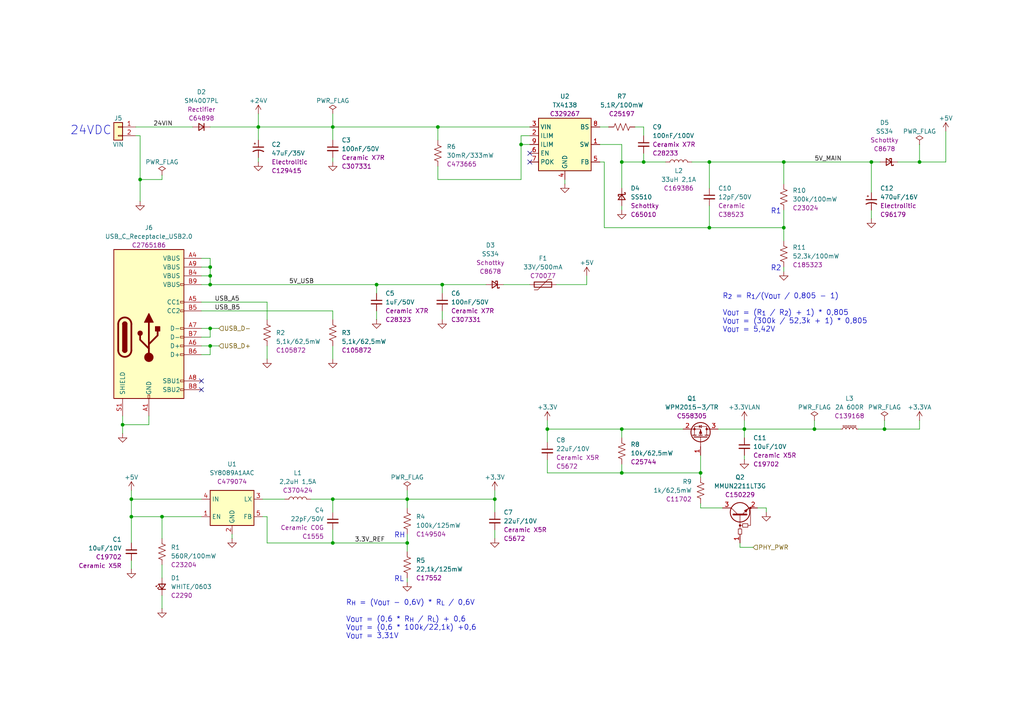
<source format=kicad_sch>
(kicad_sch (version 20250114) (generator "eeschema") (generator_version "9.0")
  (paper "A4")
  (title_block (title "ESP 24V 16xIn/16xOut/4xNTC Module") (date "2025-07-04") (rev "V4.1"))
  (text "R_{H} = (V_{OUT} - 0,6V) * R_{L} / 0,6V\n\nV_{OUT} = (0,6 * R_{H} / R_{L}) + 0,6\nV_{OUT} = (0,6 * 100k/22,1k) +0,6\nV_{OUT} = 3,31V" (at 100.33 185.42 0) (effects (font (size 1.5 1.5)) (justify left bottom)))
  (text "R1" (at 223.52 62.23 0) (effects (font (size 1.5 1.5)) (justify left bottom)))
  (text "RL" (at 114.3 168.91 0) (effects (font (size 1.5 1.5)) (justify left bottom)))
  (text "R_{2} = R_{1}/(V_{OUT} / 0,805 - 1)\n\nV_{OUT} = (R_{1} / R_{2}) + 1) * 0,805\nV_{OUT} = (300k / 52,3k + 1) * 0,805\nV_{OUT} = 5,42V" (at 209.55 96.52 0) (effects (font (size 1.5 1.5)) (justify left bottom)))
  (text "RH" (at 114.3 156.21 0) (effects (font (size 1.5 1.5)) (justify left bottom)))
  (text "24VDC" (at 20.32 39.37 0) (effects (font (size 2.5 2.5)) (justify left bottom)))
  (text "R2" (at 223.52 78.74 0) (effects (font (size 1.5 1.5)) (justify left bottom)))
  (junction (at 60.96 80.01))
  (junction (at 180.34 46.99))
  (junction (at 180.34 124.46))
  (junction (at 151.13 41.91))
  (junction (at 40.64 52.07))
  (junction (at 143.51 144.78))
  (junction (at 46.99 149.86))
  (junction (at 205.74 66.04))
  (junction (at 60.96 95.25))
  (junction (at 266.7 46.99))
  (junction (at 256.54 124.46))
  (junction (at 127 36.83))
  (junction (at 180.34 137.16))
  (junction (at 128.27 82.55))
  (junction (at 60.96 100.33))
  (junction (at 236.22 124.46))
  (junction (at 60.96 82.55))
  (junction (at 96.52 36.83))
  (junction (at 96.52 157.48))
  (junction (at 227.33 66.04))
  (junction (at 38.1 149.86))
  (junction (at 186.69 46.99))
  (junction (at 252.73 46.99))
  (junction (at 60.96 77.47))
  (junction (at 215.9 124.46))
  (junction (at 205.74 46.99))
  (junction (at 38.1 144.78))
  (junction (at 35.56 123.19))
  (junction (at 158.75 124.46))
  (junction (at 109.22 82.55))
  (junction (at 74.93 36.83))
  (junction (at 203.2 137.16))
  (junction (at 118.11 144.78))
  (junction (at 96.52 144.78))
  (junction (at 118.11 157.48))
  (junction (at 227.33 46.99))
  (no_connect (at 153.67 46.99))
  (no_connect (at 153.67 44.45))
  (no_connect (at 58.42 110.49))
  (no_connect (at 58.42 113.03))
  (wire (pts (xy 58.42 82.55) (xy 60.96 82.55)))
  (wire (pts (xy 227.33 46.99) (xy 252.73 46.99)))
  (wire (pts (xy 109.22 90.17) (xy 109.22 92.71)))
  (wire (pts (xy 252.73 46.99) (xy 255.27 46.99)))
  (wire (pts (xy 180.34 46.99) (xy 180.34 54.61)))
  (wire (pts (xy 58.42 100.33) (xy 60.96 100.33)))
  (wire (pts (xy 109.22 82.55) (xy 109.22 85.09)))
  (wire (pts (xy 58.42 80.01) (xy 60.96 80.01)))
  (wire (pts (xy 96.52 153.67) (xy 96.52 157.48)))
  (wire (pts (xy 127 36.83) (xy 153.67 36.83)))
  (wire (pts (xy 143.51 148.59) (xy 143.51 144.78)))
  (wire (pts (xy 227.33 46.99) (xy 227.33 53.34)))
  (wire (pts (xy 180.34 41.91) (xy 180.34 46.99)))
  (wire (pts (xy 143.51 153.67) (xy 143.51 156.21)))
  (wire (pts (xy 203.2 137.16) (xy 203.2 138.43)))
  (wire (pts (xy 203.2 132.08) (xy 203.2 137.16)))
  (wire (pts (xy 60.96 95.25) (xy 63.5 95.25)))
  (wire (pts (xy 118.11 144.78) (xy 118.11 147.32)))
  (wire (pts (xy 39.37 36.83) (xy 55.88 36.83)))
  (wire (pts (xy 227.33 60.96) (xy 227.33 66.04)))
  (wire (pts (xy 67.31 154.94) (xy 67.31 156.21)))
  (wire (pts (xy 127 52.07) (xy 151.13 52.07)))
  (wire (pts (xy 158.75 133.35) (xy 158.75 137.16)))
  (wire (pts (xy 38.1 162.56) (xy 38.1 165.1)))
  (wire (pts (xy 96.52 36.83) (xy 127 36.83)))
  (wire (pts (xy 118.11 154.94) (xy 118.11 157.48)))
  (wire (pts (xy 38.1 144.78) (xy 58.42 144.78)))
  (wire (pts (xy 96.52 144.78) (xy 118.11 144.78)))
  (wire (pts (xy 74.93 36.83) (xy 74.93 40.64)))
  (wire (pts (xy 74.93 33.02) (xy 74.93 36.83)))
  (wire (pts (xy 118.11 167.64) (xy 118.11 168.91)))
  (wire (pts (xy 60.96 97.79) (xy 60.96 95.25)))
  (wire (pts (xy 205.74 66.04) (xy 205.74 59.69)))
  (wire (pts (xy 90.17 144.78) (xy 96.52 144.78)))
  (wire (pts (xy 46.99 149.86) (xy 58.42 149.86)))
  (wire (pts (xy 266.7 46.99) (xy 274.32 46.99)))
  (wire (pts (xy 163.83 52.07) (xy 163.83 53.34)))
  (wire (pts (xy 222.25 147.32) (xy 222.25 148.59)))
  (wire (pts (xy 158.75 121.92) (xy 158.75 124.46)))
  (wire (pts (xy 274.32 46.99) (xy 274.32 38.1)))
  (wire (pts (xy 118.11 157.48) (xy 118.11 160.02)))
  (wire (pts (xy 35.56 123.19) (xy 35.56 125.73)))
  (wire (pts (xy 35.56 120.65) (xy 35.56 123.19)))
  (wire (pts (xy 127 48.26) (xy 127 52.07)))
  (wire (pts (xy 58.42 102.87) (xy 60.96 102.87)))
  (wire (pts (xy 222.25 147.32) (xy 219.71 147.32)))
  (wire (pts (xy 173.99 46.99) (xy 175.26 46.99)))
  (wire (pts (xy 151.13 52.07) (xy 151.13 41.91)))
  (wire (pts (xy 256.54 124.46) (xy 248.92 124.46)))
  (wire (pts (xy 109.22 82.55) (xy 128.27 82.55)))
  (wire (pts (xy 96.52 157.48) (xy 118.11 157.48)))
  (wire (pts (xy 38.1 149.86) (xy 38.1 157.48)))
  (wire (pts (xy 215.9 124.46) (xy 215.9 127)))
  (wire (pts (xy 40.64 52.07) (xy 46.99 52.07)))
  (wire (pts (xy 200.66 46.99) (xy 205.74 46.99)))
  (wire (pts (xy 74.93 45.72) (xy 74.93 46.99)))
  (wire (pts (xy 227.33 66.04) (xy 227.33 69.85)))
  (wire (pts (xy 60.96 82.55) (xy 109.22 82.55)))
  (wire (pts (xy 198.12 124.46) (xy 180.34 124.46)))
  (wire (pts (xy 161.29 82.55) (xy 170.18 82.55)))
  (wire (pts (xy 38.1 142.24) (xy 38.1 144.78)))
  (wire (pts (xy 208.28 124.46) (xy 215.9 124.46)))
  (wire (pts (xy 96.52 100.33) (xy 96.52 104.14)))
  (wire (pts (xy 180.34 134.62) (xy 180.34 137.16)))
  (wire (pts (xy 158.75 137.16) (xy 180.34 137.16)))
  (wire (pts (xy 118.11 142.24) (xy 118.11 144.78)))
  (wire (pts (xy 77.47 157.48) (xy 96.52 157.48)))
  (wire (pts (xy 151.13 41.91) (xy 151.13 39.37)))
  (wire (pts (xy 205.74 46.99) (xy 205.74 54.61)))
  (wire (pts (xy 170.18 80.01) (xy 170.18 82.55)))
  (wire (pts (xy 158.75 124.46) (xy 180.34 124.46)))
  (wire (pts (xy 74.93 36.83) (xy 96.52 36.83)))
  (wire (pts (xy 58.42 74.93) (xy 60.96 74.93)))
  (wire (pts (xy 173.99 36.83) (xy 176.53 36.83)))
  (wire (pts (xy 60.96 77.47) (xy 60.96 80.01)))
  (wire (pts (xy 38.1 144.78) (xy 38.1 149.86)))
  (wire (pts (xy 60.96 36.83) (xy 74.93 36.83)))
  (wire (pts (xy 127 36.83) (xy 127 40.64)))
  (wire (pts (xy 60.96 100.33) (xy 63.5 100.33)))
  (wire (pts (xy 46.99 50.8) (xy 46.99 52.07)))
  (wire (pts (xy 146.05 82.55) (xy 153.67 82.55)))
  (wire (pts (xy 203.2 147.32) (xy 209.55 147.32)))
  (wire (pts (xy 96.52 36.83) (xy 96.52 40.64)))
  (wire (pts (xy 214.63 158.75) (xy 218.44 158.75)))
  (wire (pts (xy 186.69 44.45) (xy 186.69 46.99)))
  (wire (pts (xy 43.18 123.19) (xy 35.56 123.19)))
  (wire (pts (xy 186.69 36.83) (xy 186.69 39.37)))
  (wire (pts (xy 39.37 39.37) (xy 40.64 39.37)))
  (wire (pts (xy 215.9 124.46) (xy 236.22 124.46)))
  (wire (pts (xy 180.34 60.96) (xy 180.34 59.69)))
  (wire (pts (xy 143.51 144.78) (xy 118.11 144.78)))
  (wire (pts (xy 184.15 36.83) (xy 186.69 36.83)))
  (wire (pts (xy 128.27 90.17) (xy 128.27 92.71)))
  (wire (pts (xy 40.64 39.37) (xy 40.64 52.07)))
  (wire (pts (xy 58.42 97.79) (xy 60.96 97.79)))
  (wire (pts (xy 175.26 66.04) (xy 205.74 66.04)))
  (wire (pts (xy 256.54 121.92) (xy 256.54 124.46)))
  (wire (pts (xy 151.13 41.91) (xy 153.67 41.91)))
  (wire (pts (xy 58.42 77.47) (xy 60.96 77.47)))
  (wire (pts (xy 252.73 55.88) (xy 252.73 46.99)))
  (wire (pts (xy 38.1 149.86) (xy 46.99 149.86)))
  (wire (pts (xy 128.27 82.55) (xy 140.97 82.55)))
  (wire (pts (xy 266.7 124.46) (xy 256.54 124.46)))
  (wire (pts (xy 205.74 66.04) (xy 227.33 66.04)))
  (wire (pts (xy 43.18 120.65) (xy 43.18 123.19)))
  (wire (pts (xy 77.47 100.33) (xy 77.47 104.14)))
  (wire (pts (xy 77.47 149.86) (xy 77.47 157.48)))
  (wire (pts (xy 227.33 77.47) (xy 227.33 78.74)))
  (wire (pts (xy 158.75 128.27) (xy 158.75 124.46)))
  (wire (pts (xy 180.34 137.16) (xy 203.2 137.16)))
  (wire (pts (xy 173.99 41.91) (xy 180.34 41.91)))
  (wire (pts (xy 77.47 87.63) (xy 77.47 92.71)))
  (wire (pts (xy 175.26 46.99) (xy 175.26 66.04)))
  (wire (pts (xy 215.9 121.92) (xy 215.9 124.46)))
  (wire (pts (xy 214.63 157.48) (xy 214.63 158.75)))
  (wire (pts (xy 96.52 45.72) (xy 96.52 46.99)))
  (wire (pts (xy 143.51 142.24) (xy 143.51 144.78)))
  (wire (pts (xy 96.52 33.02) (xy 96.52 36.83)))
  (wire (pts (xy 46.99 172.72) (xy 46.99 176.53)))
  (wire (pts (xy 236.22 121.92) (xy 236.22 124.46)))
  (wire (pts (xy 46.99 163.83) (xy 46.99 167.64)))
  (wire (pts (xy 180.34 124.46) (xy 180.34 127)))
  (wire (pts (xy 243.84 124.46) (xy 236.22 124.46)))
  (wire (pts (xy 76.2 144.78) (xy 82.55 144.78)))
  (wire (pts (xy 40.64 52.07) (xy 40.64 58.42)))
  (wire (pts (xy 58.42 87.63) (xy 77.47 87.63)))
  (wire (pts (xy 60.96 80.01) (xy 60.96 82.55)))
  (wire (pts (xy 252.73 60.96) (xy 252.73 63.5)))
  (wire (pts (xy 203.2 146.05) (xy 203.2 147.32)))
  (wire (pts (xy 266.7 124.46) (xy 266.7 121.92)))
  (wire (pts (xy 215.9 132.08) (xy 215.9 133.35)))
  (wire (pts (xy 60.96 74.93) (xy 60.96 77.47)))
  (wire (pts (xy 186.69 46.99) (xy 193.04 46.99)))
  (wire (pts (xy 76.2 149.86) (xy 77.47 149.86)))
  (wire (pts (xy 260.35 46.99) (xy 266.7 46.99)))
  (wire (pts (xy 128.27 82.55) (xy 128.27 85.09)))
  (wire (pts (xy 96.52 90.17) (xy 96.52 92.71)))
  (wire (pts (xy 151.13 39.37) (xy 153.67 39.37)))
  (wire (pts (xy 180.34 46.99) (xy 186.69 46.99)))
  (wire (pts (xy 60.96 102.87) (xy 60.96 100.33)))
  (wire (pts (xy 46.99 149.86) (xy 46.99 156.21)))
  (wire (pts (xy 266.7 41.91) (xy 266.7 46.99)))
  (wire (pts (xy 96.52 144.78) (xy 96.52 148.59)))
  (wire (pts (xy 58.42 95.25) (xy 60.96 95.25)))
  (wire (pts (xy 227.33 46.99) (xy 205.74 46.99)))
  (wire (pts (xy 58.42 90.17) (xy 96.52 90.17)))
  (label "3.3V_REF" (at 102.87 157.48 0))
  (label "USB_B5" (at 62.23 90.17 0))
  (label "24VIN" (at 44.45 36.83 0))
  (label "USB_A5" (at 62.23 87.63 0))
  (label "5V_MAIN" (at 236.22 46.99 0))
  (label "5V_USB" (at 83.82 82.55 0))
  (hierarchical_label "PHY_PWR" (shape input) (at 218.44 158.75 0))
  (hierarchical_label "USB_D+" (shape input) (at 63.5 100.33 0))
  (hierarchical_label "USB_D-" (shape input) (at 63.5 95.25 0))
  (symbol (lib_id "power:+24V") (at 74.93 33.02 0) (unit 1)
    (property "Reference" "#PWR07" (effects (hide yes)))
    (property "Value" "+24V" (at 74.93 29.21 0))
    (property "Description" "Power symbol creates a global label with name \"+24V\"" (effects (hide yes)))
  )
  (symbol (lib_id "Device:R_US") (at 46.99 160.02 0) (unit 1)
    (property "Reference" "R1" (at 49.53 158.75 0) (effects (justify left)))
    (property "Value" "560R/100mW" (at 49.53 161.29 0) (effects (justify left)))
    (property "Footprint" "Tales:R_0603_1608Metric" (effects (hide yes)))
    (property "Description" "Resistor, US symbol" (effects (hide yes)))
    (property "Case" "0603/1608" (effects (hide yes)))
    (property "Mfr" "Uniroyal" (effects (hide yes)))
    (property "Mfr PN" "0603WAF5600T5E" (effects (hide yes)))
    (property "Vendor" "JLCPCB" (effects (hide yes)))
    (property "Vendor PN" "C23204" (effects (hide yes)))
    (property "Technology" "1%" (effects (hide yes)))
    (property "LCSC Part #" "C23204" (at 49.53 163.83 0) (effects (justify left)))
    (property "JLCPCB BOM" "1" (effects (hide yes)))
  )
  (symbol (lib_id "power:GND") (at 118.11 168.91 0) (unit 1)
    (property "Reference" "#PWR013" (effects (hide yes)))
    (property "Value" "GND" (effects (hide yes)))
    (property "Description" "Power symbol creates a global label with name \"GND\" , ground" (effects (hide yes)))
  )
  (symbol (lib_id "Device:L") (at 196.85 46.99 90) (unit 1)
    (property "Reference" "L2" (at 196.85 49.53 90))
    (property "Value" "33uH 2,1A" (at 196.85 52.07 90))
    (property "Footprint" "Tales:L_12x12mm_h6mm" (effects (hide yes)))
    (property "Description" "Inductor" (effects (hide yes)))
    (property "Case" "12x12" (effects (hide yes)))
    (property "JLCPCB BOM" "1" (effects (hide yes)))
    (property "LCSC Part #" "C169386" (at 196.85 54.61 90))
    (property "Mfr" "Sunlord" (effects (hide yes)))
    (property "Mfr PN" "SWRB1205S-330MT" (effects (hide yes)))
    (property "Vendor" "JLCPCB" (effects (hide yes)))
    (property "Vendor PN" "C169386" (effects (hide yes)))
  )
  (symbol (lib_id "Tales:SY8089AAAC") (at 67.31 147.32 0) (unit 1)
    (property "Reference" "U1" (at 67.31 134.62 0))
    (property "Value" "SY8089A1AAC" (at 67.31 137.16 0))
    (property "Footprint" "Tales:SOT-23-5_Shorter_Pins" (effects (hide yes)))
    (property "Description" "High Efficiency 5.5V, 2A continuous, 3A peak, 1MHz Synchronous Step Down Regulator" (effects (hide yes)))
    (property "Case" "SOT-23-5" (effects (hide yes)))
    (property "JLCPCB BOM" "1" (effects (hide yes)))
    (property "LCSC Part #" "C479074" (at 67.31 139.7 0))
    (property "Mfr" "Silergy" (effects (hide yes)))
    (property "Mfr PN" "SY8089A1AAC" (effects (hide yes)))
    (property "Vendor" "JLCPCB" (effects (hide yes)))
    (property "Vendor PN" "C479074" (effects (hide yes)))
  )
  (symbol (lib_id "power:GND") (at 143.51 156.21 0) (unit 1)
    (property "Reference" "#PWR016" (effects (hide yes)))
    (property "Value" "GND" (effects (hide yes)))
    (property "Description" "Power symbol creates a global label with name \"GND\" , ground" (effects (hide yes)))
  )
  (symbol (lib_id "power:GND") (at 222.25 148.59 0) (unit 1)
    (property "Reference" "#PWR023" (effects (hide yes)))
    (property "Value" "GND" (effects (hide yes)))
    (property "Description" "Power symbol creates a global label with name \"GND\" , ground" (effects (hide yes)))
  )
  (symbol (lib_id "power:GND") (at 163.83 53.34 0) (unit 1)
    (property "Reference" "#PWR018" (effects (hide yes)))
    (property "Value" "GND" (effects (hide yes)))
    (property "Description" "Power symbol creates a global label with name \"GND\" , ground" (effects (hide yes)))
  )
  (symbol (lib_id "Tales:+3.3VLAN") (at 215.9 121.92 0) (unit 1)
    (property "Reference" "#PWR021" (effects (hide yes)))
    (property "Value" "+3.3VLAN" (at 215.9 118.11 0))
    (property "Description" "Power symbol creates a global label with name \"+3.3VLAN\"" (effects (hide yes)))
  )
  (symbol (lib_id "Device:C_Small") (at 96.52 151.13 0) (unit 1)
    (property "Reference" "C4" (at 93.98 147.9613 0) (effects (justify right)))
    (property "Value" "22pF/50V" (at 93.98 150.5013 0) (effects (justify right)))
    (property "Footprint" "Tales:C_0402_1005Metric" (effects (hide yes)))
    (property "Description" "Unpolarized capacitor, small symbol" (effects (hide yes)))
    (property "JLCPCB BOM" "1" (effects (hide yes)))
    (property "Technology" "Ceramic C0G" (at 93.98 153.0413 0) (effects (justify right)))
    (property "LCSC Part #" "C1555" (at 93.98 155.5813 0) (effects (justify right)))
    (property "Mfr" "FH" (effects (hide yes)))
    (property "Mfr PN" "0402CG220J500NT" (effects (hide yes)))
    (property "Vendor" "JLCPCB" (effects (hide yes)))
    (property "Vendor PN" "C1555" (effects (hide yes)))
    (property "Package" "0402/1005" (effects (hide yes)))
    (property "Case" "0402/1005" (effects (hide yes)))
  )
  (symbol (lib_id "Device:C_Small") (at 128.27 87.63 0) (unit 1)
    (property "Reference" "C6" (at 130.81 85.09 0) (effects (justify left)))
    (property "Value" "100nF/50V" (at 130.81 87.63 0) (effects (justify left)))
    (property "Footprint" "Tales:C_0402_1005Metric" (effects (hide yes)))
    (property "Description" "Unpolarized capacitor, small symbol" (effects (hide yes)))
    (property "JLCPCB BOM" "1" (effects (hide yes)))
    (property "Technology" "Ceramic X7R" (at 130.81 90.17 0) (effects (justify left)))
    (property "LCSC Part #" "C307331" (at 130.81 92.71 0) (effects (justify left)))
    (property "Mfr" "Samsung" (effects (hide yes)))
    (property "Mfr PN" "CL05B104KB54PNC" (effects (hide yes)))
    (property "Vendor" "JLCPCB" (effects (hide yes)))
    (property "Vendor PN" "C307331" (effects (hide yes)))
    (property "Package" "0402/1005" (effects (hide yes)))
    (property "Case" "0402/1005" (effects (hide yes)))
  )
  (symbol (lib_id "Device:R_US") (at 77.47 96.52 0) (unit 1)
    (property "Reference" "R2" (at 80.01 96.52 0) (effects (justify left)))
    (property "Value" "5,1k/62,5mW" (at 80.01 99.06 0) (effects (justify left)))
    (property "Footprint" "Tales:R_0402_1005Metric" (effects (hide yes)))
    (property "Description" "Resistor, US symbol" (effects (hide yes)))
    (property "JLCPCB BOM" "1" (effects (hide yes)))
    (property "LCSC Part #" "C105872" (at 80.01 101.6 0) (effects (justify left)))
    (property "Mfr" "YAGEO" (effects (hide yes)))
    (property "Mfr PN" "RC0402FR-075K1L" (effects (hide yes)))
    (property "Technology" "1%" (effects (hide yes)))
    (property "Vendor" "JLCPCB" (effects (hide yes)))
    (property "Vendor PN" "C105872" (effects (hide yes)))
    (property "Package" "0402/1005" (effects (hide yes)))
    (property "Case" "0402/1005" (effects (hide yes)))
  )
  (symbol (lib_id "Device:D_Schottky_Small") (at 257.81 46.99 180) (unit 1)
    (property "Reference" "D5" (at 256.54 35.56 0))
    (property "Value" "SS34" (at 256.54 38.1 0))
    (property "Footprint" "Tales:D_SMA" (effects (hide yes)))
    (property "Description" "Schottky diode, small symbol" (effects (hide yes)))
    (property "JLCPCB BOM" "1" (effects (hide yes)))
    (property "LCSC Part #" "C8678" (at 256.54 43.18 0))
    (property "Mfr" "Microdiode" (effects (hide yes)))
    (property "Mfr PN" "SS34" (effects (hide yes)))
    (property "Technology" "Schottky" (at 256.54 40.64 0))
    (property "Vendor" "JLCPCB" (effects (hide yes)))
    (property "Vendor PN" "C8678" (effects (hide yes)))
    (property "Case" "SMA" (effects (hide yes)))
  )
  (symbol (lib_id "power:PWR_FLAG") (at 266.7 41.91 0) (unit 1)
    (property "Reference" "#FLG06" (effects (hide yes)))
    (property "Value" "PWR_FLAG" (at 266.7 38.1 0))
    (property "Description" "Special symbol for telling ERC where power comes from" (effects (hide yes)))
  )
  (symbol (lib_id "power:+5V") (at 38.1 142.24 0) (unit 1)
    (property "Reference" "#PWR02" (effects (hide yes)))
    (property "Value" "+5V" (at 38.1 138.43 0))
    (property "Description" "Power symbol creates a global label with name \"+5V\"" (effects (hide yes)))
  )
  (symbol (lib_id "Device:D_Schottky_Small") (at 180.34 57.15 270) (unit 1)
    (property "Reference" "D4" (at 182.88 54.61 90) (effects (justify left)))
    (property "Value" "SS510" (at 182.88 57.15 90) (effects (justify left)))
    (property "Footprint" "Tales:D_SMA" (effects (hide yes)))
    (property "Description" "Schottky diode, small symbol" (effects (hide yes)))
    (property "Case" "SMA" (effects (hide yes)))
    (property "JLCPCB BOM" "1" (effects (hide yes)))
    (property "LCSC Part #" "C65010" (at 182.88 62.23 90) (effects (justify left)))
    (property "Mfr" "Microdiode" (effects (hide yes)))
    (property "Mfr PN" "SS510" (effects (hide yes)))
    (property "Technology" "Schottky" (at 182.88 59.69 90) (effects (justify left)))
    (property "Vendor" "JLCPCB" (effects (hide yes)))
    (property "Vendor PN" "C65010" (effects (hide yes)))
  )
  (symbol (lib_id "Device:R_US") (at 180.34 130.81 0) (unit 1)
    (property "Reference" "R8" (at 182.88 128.905 0) (effects (justify left)))
    (property "Value" "10k/62,5mW" (at 182.88 131.445 0) (effects (justify left)))
    (property "Footprint" "Tales:R_0402_1005Metric" (effects (hide yes)))
    (property "Description" "Resistor, US symbol" (effects (hide yes)))
    (property "Mfr" "Uniroyal" (effects (hide yes)))
    (property "Vendor" "JLCPCB" (effects (hide yes)))
    (property "Mfr PN" "0402WGF1002TCE" (effects (hide yes)))
    (property "Technology" "1%" (effects (hide yes)))
    (property "Vendor PN" "C25744" (effects (hide yes)))
    (property "LCSC Part #" "C25744" (at 182.88 133.985 0) (effects (justify left)))
    (property "JLCPCB BOM" "1" (effects (hide yes)))
    (property "Package" "0402/1005" (effects (hide yes)))
    (property "Case" "0402/1005" (effects (hide yes)))
  )
  (symbol (lib_id "power:+5V") (at 170.18 80.01 0) (unit 1)
    (property "Reference" "#PWR019" (effects (hide yes)))
    (property "Value" "+5V" (at 170.18 76.2 0))
    (property "Description" "Power symbol creates a global label with name \"+5V\"" (effects (hide yes)))
  )
  (symbol (lib_id "Device:D_Small") (at 58.42 36.83 180) (unit 1)
    (property "Reference" "D2" (at 58.42 26.67 0))
    (property "Value" "SM4007PL" (at 58.42 29.21 0))
    (property "Footprint" "Tales:D_SOD-123" (effects (hide yes)))
    (property "Description" "Diode, small symbol" (effects (hide yes)))
    (property "Case" "SOD-123FL" (effects (hide yes)))
    (property "Technology" "Rectifier" (at 58.42 31.75 0))
    (property "Mfr" "Microdiode" (effects (hide yes)))
    (property "Mfr PN" "SM4007PL" (effects (hide yes)))
    (property "Vendor" "JLCPCB" (effects (hide yes)))
    (property "Vendor PN" "C64898" (effects (hide yes)))
    (property "LCSC Part #" "C64898" (at 58.42 34.29 0))
    (property "JLCPCB BOM" "1" (effects (hide yes)))
    (property "Sim.Device" "D" (effects (hide yes)))
    (property "Sim.Pins" "1=K 2=A" (effects (hide yes)))
  )
  (symbol (lib_id "power:+3.3VA") (at 266.7 121.92 0) (unit 1)
    (property "Reference" "#PWR026" (effects (hide yes)))
    (property "Value" "+3.3VA" (at 266.7 118.11 0))
    (property "Description" "Power symbol creates a global label with name \"+3.3VA\"" (effects (hide yes)))
  )
  (symbol (lib_id "power:GND") (at 35.56 125.73 0) (unit 1)
    (property "Reference" "#PWR01" (effects (hide yes)))
    (property "Value" "GND" (effects (hide yes)))
    (property "Description" "Power symbol creates a global label with name \"GND\" , ground" (effects (hide yes)))
  )
  (symbol (lib_id "Device:C_Small") (at 143.51 151.13 0) (unit 1)
    (property "Reference" "C7" (at 146.05 148.59 0) (effects (justify left)))
    (property "Value" "22uF/10V" (at 146.05 151.13 0) (effects (justify left)))
    (property "Footprint" "Tales:C_1206_3216Metric" (effects (hide yes)))
    (property "Description" "Unpolarized capacitor, small symbol" (effects (hide yes)))
    (property "Mfr" "Samsung" (effects (hide yes)))
    (property "Mfr PN" "CL31A226KPHNNNE" (effects (hide yes)))
    (property "JLCPCB BOM" "1" (effects (hide yes)))
    (property "LCSC Part #" "C5672" (at 146.05 156.21 0) (effects (justify left)))
    (property "Technology" "Ceramic X5R" (at 146.05 153.67 0) (effects (justify left)))
    (property "Vendor" "JLCPCB" (effects (hide yes)))
    (property "Vendor PN" "C5672" (effects (hide yes)))
    (property "Package" "1206/3216" (effects (hide yes)))
    (property "Case" "1206/3216" (effects (hide yes)))
  )
  (symbol (lib_id "power:PWR_FLAG") (at 96.52 33.02 0) (unit 1)
    (property "Reference" "#FLG02" (effects (hide yes)))
    (property "Value" "PWR_FLAG" (at 96.52 29.21 0))
    (property "Description" "Special symbol for telling ERC where power comes from" (effects (hide yes)))
  )
  (symbol (lib_id "Device:C_Small") (at 96.52 43.18 0) (unit 1)
    (property "Reference" "C3" (at 99.06 40.64 0) (effects (justify left)))
    (property "Value" "100nF/50V" (at 99.06 43.18 0) (effects (justify left)))
    (property "Footprint" "Tales:C_0402_1005Metric" (effects (hide yes)))
    (property "Description" "Unpolarized capacitor, small symbol" (effects (hide yes)))
    (property "JLCPCB BOM" "1" (effects (hide yes)))
    (property "Technology" "Ceramic X7R" (at 99.06 45.72 0) (effects (justify left)))
    (property "LCSC Part #" "C307331" (at 99.06 48.26 0) (effects (justify left)))
    (property "Mfr" "Samsung" (effects (hide yes)))
    (property "Mfr PN" "CL05B104KB54PNC" (effects (hide yes)))
    (property "Vendor" "JLCPCB" (effects (hide yes)))
    (property "Vendor PN" "C307331" (effects (hide yes)))
    (property "Package" "0402/1005" (effects (hide yes)))
    (property "Case" "0402/1005" (effects (hide yes)))
  )
  (symbol (lib_id "power:GND") (at 46.99 176.53 0) (unit 1)
    (property "Reference" "#PWR05" (effects (hide yes)))
    (property "Value" "GND" (effects (hide yes)))
    (property "Description" "Power symbol creates a global label with name \"GND\" , ground" (effects (hide yes)))
  )
  (symbol (lib_id "Device:C_Small") (at 38.1 160.02 0) (unit 1)
    (property "Reference" "C1" (at 35.306 156.464 0) (effects (justify right)))
    (property "Value" "10uF/10V" (at 35.306 159.004 0) (effects (justify right)))
    (property "Footprint" "Tales:C_0603_1608Metric" (effects (hide yes)))
    (property "Description" "Unpolarized capacitor, small symbol" (effects (hide yes)))
    (property "Mfr" "Samsung" (effects (hide yes)))
    (property "Mfr PN" "CL10A106KP8NNNC" (effects (hide yes)))
    (property "JLCPCB BOM" "1" (effects (hide yes)))
    (property "LCSC Part #" "C19702" (at 35.306 161.544 0) (effects (justify right)))
    (property "Technology" "Ceramic X5R" (at 35.306 164.084 0) (effects (justify right)))
    (property "Vendor" "JLCPCB" (effects (hide yes)))
    (property "Vendor PN" "C19702" (effects (hide yes)))
    (property "Package" "0603/1608" (effects (hide yes)))
    (property "Case" "0603/1608" (effects (hide yes)))
  )
  (symbol (lib_id "Device:C_Small") (at 186.69 41.91 0) (unit 1)
    (property "Reference" "C9" (at 189.23 36.83 0) (effects (justify left)))
    (property "Value" "100nF/100V" (at 189.23 39.37 0) (effects (justify left)))
    (property "Footprint" "Tales:C_0805_2012Metric" (effects (hide yes)))
    (property "Description" "Unpolarized capacitor, small symbol" (effects (hide yes)))
    (property "Technology" "Ceramix X7R" (at 189.23 41.91 0) (effects (justify left)))
    (property "Mfr" "Samsung" (effects (hide yes)))
    (property "Mfr PN" "CL21B104KCFNNNE" (effects (hide yes)))
    (property "Vendor" "JLCPCB" (effects (hide yes)))
    (property "Vendor PN" "C28233" (effects (hide yes)))
    (property "LCSC Part #" "C28233" (at 189.23 44.45 0) (effects (justify left)))
    (property "JLCPCB BOM" "1" (effects (hide yes)))
    (property "Package" "0805/2012" (effects (hide yes)))
    (property "Case" "0805/2012" (effects (hide yes)))
  )
  (symbol (lib_id "power:GND") (at 38.1 165.1 0) (unit 1)
    (property "Reference" "#PWR03" (effects (hide yes)))
    (property "Value" "GND" (effects (hide yes)))
    (property "Description" "Power symbol creates a global label with name \"GND\" , ground" (effects (hide yes)))
  )
  (symbol (lib_id "power:GND") (at 96.52 104.14 0) (unit 1)
    (property "Reference" "#PWR011" (effects (hide yes)))
    (property "Value" "GND" (effects (hide yes)))
    (property "Description" "Power symbol creates a global label with name \"GND\" , ground" (effects (hide yes)))
  )
  (symbol (lib_id "power:GND") (at 215.9 133.35 0) (unit 1)
    (property "Reference" "#PWR022" (effects (hide yes)))
    (property "Value" "GND" (effects (hide yes)))
    (property "Description" "Power symbol creates a global label with name \"GND\" , ground" (effects (hide yes)))
  )
  (symbol (lib_id "power:GND") (at 40.64 58.42 0) (unit 1)
    (property "Reference" "#PWR04" (effects (hide yes)))
    (property "Value" "GND" (effects (hide yes)))
    (property "Description" "Power symbol creates a global label with name \"GND\" , ground" (effects (hide yes)))
  )
  (symbol (lib_id "power:PWR_FLAG") (at 46.99 50.8 0) (unit 1)
    (property "Reference" "#FLG01" (effects (hide yes)))
    (property "Value" "PWR_FLAG" (at 46.99 46.99 0))
    (property "Description" "Special symbol for telling ERC where power comes from" (effects (hide yes)))
  )
  (symbol (lib_id "power:+5V") (at 274.32 38.1 0) (unit 1)
    (property "Reference" "#PWR027" (effects (hide yes)))
    (property "Value" "+5V" (at 274.32 34.29 0))
    (property "Description" "Power symbol creates a global label with name \"+5V\"" (effects (hide yes)))
  )
  (symbol (lib_id "Connector_Generic:Conn_01x02") (at 34.29 36.83 0) (mirror y) (unit 1)
    (property "Reference" "J5" (at 34.29 34.29 0))
    (property "Value" "VIN" (at 34.29 41.91 0))
    (property "Footprint" "Tales:TerminalBlock_Dibo_DB142V-5.08-2P_1x02_P5.08mm_Vertical" (effects (hide yes)))
    (property "Description" "Generic connector, single row, 01x02, script generated (kicad-library-utils/schlib/autogen/connector/)" (effects (hide yes)))
    (property "JLCPCB BOM" "1" (effects (hide yes)))
    (property "Mfr" "Dorabo" (effects (hide yes)))
    (property "Mfr PN" "DB142V-5.08-2P" (effects (hide yes)))
    (property "Vendor" "JLCPCB" (effects (hide yes)))
    (property "Vendor PN" "C2898699" (effects (hide yes)))
    (property "LCSC Part #" "C2898699" (effects (hide yes)))
  )
  (symbol (lib_id "Device:C_Small") (at 215.9 129.54 0) (unit 1)
    (property "Reference" "C11" (at 218.44 127 0) (effects (justify left)))
    (property "Value" "10uF/10V" (at 218.44 129.54 0) (effects (justify left)))
    (property "Footprint" "Tales:C_0603_1608Metric" (effects (hide yes)))
    (property "Description" "Unpolarized capacitor, small symbol" (effects (hide yes)))
    (property "Mfr" "Samsung" (effects (hide yes)))
    (property "Mfr PN" "CL10A106KP8NNNC" (effects (hide yes)))
    (property "JLCPCB BOM" "1" (effects (hide yes)))
    (property "LCSC Part #" "C19702" (at 218.44 134.62 0) (effects (justify left)))
    (property "Technology" "Ceramic X5R" (at 218.44 132.08 0) (effects (justify left)))
    (property "Vendor" "JLCPCB" (effects (hide yes)))
    (property "Vendor PN" "C19702" (effects (hide yes)))
    (property "Case" "0603/1608" (effects (hide yes)))
  )
  (symbol (lib_id "power:GND") (at 180.34 60.96 0) (unit 1)
    (property "Reference" "#PWR020" (effects (hide yes)))
    (property "Value" "GND" (effects (hide yes)))
    (property "Description" "Power symbol creates a global label with name \"GND\" , ground" (effects (hide yes)))
  )
  (symbol (lib_id "power:GND") (at 77.47 104.14 0) (unit 1)
    (property "Reference" "#PWR09" (effects (hide yes)))
    (property "Value" "GND" (effects (hide yes)))
    (property "Description" "Power symbol creates a global label with name \"GND\" , ground" (effects (hide yes)))
  )
  (symbol (lib_id "Device:L_Ferrite_Small") (at 246.38 124.46 90) (unit 1)
    (property "Reference" "L3" (at 246.38 115.57 90))
    (property "Value" "2A 600R" (at 246.38 118.11 90))
    (property "Footprint" "Tales:L_0805_2012Metric" (effects (hide yes)))
    (property "Description" "Inductor with ferrite core, small symbol" (effects (hide yes)))
    (property "Case" "0805/2012" (effects (hide yes)))
    (property "JLCPCB BOM" "1" (effects (hide yes)))
    (property "LCSC Part #" "C139168" (at 246.38 120.65 90))
    (property "Mfr" "FH" (effects (hide yes)))
    (property "Mfr PN" "CBM201209U601T" (effects (hide yes)))
    (property "Vendor" "JLCPCB" (effects (hide yes)))
    (property "Vendor PN" "C139168" (effects (hide yes)))
  )
  (symbol (lib_id "Device:C_Polarized_Small_US") (at 252.73 58.42 0) (unit 1)
    (property "Reference" "C12" (at 255.27 54.61 0) (effects (justify left)))
    (property "Value" "470uF/16V" (at 255.27 57.15 0) (effects (justify left)))
    (property "Footprint" "Tales:CP_Elec_8x10.5" (effects (hide yes)))
    (property "Description" "Polarized capacitor, small US symbol" (effects (hide yes)))
    (property "Mfr" "Semtech" (effects (hide yes)))
    (property "Mfr PN" "CS1C471M-CRF10" (effects (hide yes)))
    (property "JLCPCB BOM" "1" (effects (hide yes)))
    (property "LCSC Part #" "C96179" (at 255.27 62.23 0) (effects (justify left)))
    (property "Technology" "Electrolitic" (at 255.27 59.69 0) (effects (justify left)))
    (property "Vendor" "JLCPCB" (effects (hide yes)))
    (property "Vendor PN" "C96179" (effects (hide yes)))
    (property "Package" "D8xL10.5mm" (effects (hide yes)))
    (property "Case" "8x10,5" (effects (hide yes)))
  )
  (symbol (lib_id "power:PWR_FLAG") (at 236.22 121.92 0) (unit 1)
    (property "Reference" "#FLG04" (effects (hide yes)))
    (property "Value" "PWR_FLAG" (at 236.22 118.11 0))
    (property "Description" "Special symbol for telling ERC where power comes from" (effects (hide yes)))
  )
  (symbol (lib_id "Transistor_FET:Q_PMOS_GSD") (at 203.2 127 270) (mirror x) (unit 1)
    (property "Reference" "Q1" (at 200.66 115.57 90))
    (property "Value" "WPM2015-3/TR" (at 200.66 118.11 90))
    (property "Footprint" "Tales:SOT-23" (effects (hide yes)))
    (property "Description" "P-MOSFET transistor, gate/source/drain" (effects (hide yes)))
    (property "Case" "SOT-23-3" (effects (hide yes)))
    (property "JLCPCB BOM" "1" (effects (hide yes)))
    (property "LCSC Part #" "C558305" (at 200.66 120.65 90))
    (property "Mfr" "VBSemi" (effects (hide yes)))
    (property "Mfr PN" "WPM2015-3/TR" (effects (hide yes)))
    (property "Technology" "MOSFET" (effects (hide yes)))
    (property "Vendor" "JLCPCB" (effects (hide yes)))
    (property "Vendor PN" "C558305" (effects (hide yes)))
  )
  (symbol (lib_id "Transistor_BJT:Q_NPN_BRT_BEC") (at 214.63 148.59 90) (unit 1)
    (property "Reference" "Q2" (at 214.63 138.43 90))
    (property "Value" "MMUN2211LT3G" (at 214.63 140.97 90))
    (property "Footprint" "Tales:SOT-23" (effects (hide yes)))
    (property "Description" "NPN bias resistor transistor, base/emitter/collector" (effects (hide yes)))
    (property "LCSC Part #" "C150229" (at 214.63 143.51 90))
    (property "Vendor PN" "C150229" (effects (hide yes)))
    (property "Case" "SOT-23-3" (effects (hide yes)))
    (property "JLCPCB BOM" "1" (effects (hide yes)))
    (property "Mfr" "Onsemi" (effects (hide yes)))
    (property "Mfr PN" "MMUN2211LT3G" (effects (hide yes)))
    (property "Technology" "NPN Pre Biased" (effects (hide yes)))
    (property "Vendor" "JLCPCB" (effects (hide yes)))
  )
  (symbol (lib_id "Device:D_Schottky_Small") (at 143.51 82.55 180) (unit 1)
    (property "Reference" "D3" (at 142.24 71.12 0))
    (property "Value" "SS34" (at 142.24 73.66 0))
    (property "Footprint" "Tales:D_SMA" (effects (hide yes)))
    (property "Description" "Schottky diode, small symbol" (effects (hide yes)))
    (property "JLCPCB BOM" "1" (effects (hide yes)))
    (property "LCSC Part #" "C8678" (at 142.24 78.74 0))
    (property "Mfr" "Microdiode" (effects (hide yes)))
    (property "Mfr PN" "SS34" (effects (hide yes)))
    (property "Technology" "Schottky" (at 142.24 76.2 0))
    (property "Vendor" "JLCPCB" (effects (hide yes)))
    (property "Vendor PN" "C8678" (effects (hide yes)))
    (property "Case" "SMA" (effects (hide yes)))
  )
  (symbol (lib_id "Tales:+3.3V") (at 158.75 121.92 0) (unit 1)
    (property "Reference" "#PWR017" (effects (hide yes)))
    (property "Value" "+3.3V" (at 158.75 118.11 0))
    (property "Description" "Power symbol creates a global label with name \"+3.3V\"" (effects (hide yes)))
  )
  (symbol (lib_id "Device:R_US") (at 180.34 36.83 270) (unit 1)
    (property "Reference" "R7" (at 180.34 27.94 90))
    (property "Value" "5,1R/100mW" (at 180.34 30.48 90))
    (property "Footprint" "Tales:R_0603_1608Metric" (effects (hide yes)))
    (property "Description" "Resistor, US symbol" (effects (hide yes)))
    (property "Technology" "1%" (effects (hide yes)))
    (property "Mfr" "Uniroyal" (effects (hide yes)))
    (property "Mfr PN" "0603WAF510KT5E" (effects (hide yes)))
    (property "Vendor" "JLCPCB" (effects (hide yes)))
    (property "Vendor PN" "C25197" (effects (hide yes)))
    (property "LCSC Part #" "C25197" (at 180.34 33.02 90))
    (property "JLCPCB BOM" "1" (effects (hide yes)))
    (property "Package" "0603/1608" (effects (hide yes)))
    (property "Case" "0603/1608" (effects (hide yes)))
  )
  (symbol (lib_id "Device:R_US") (at 127 44.45 0) (unit 1)
    (property "Reference" "R6" (at 129.54 42.545 0) (effects (justify left)))
    (property "Value" "30mR/333mW" (at 129.54 45.085 0) (effects (justify left)))
    (property "Footprint" "Tales:R_1206_3216Metric" (effects (hide yes)))
    (property "Description" "Resistor, US symbol" (effects (hide yes)))
    (property "Technology" "1%" (effects (hide yes)))
    (property "Mfr" "Uniroyal" (effects (hide yes)))
    (property "Mfr PN" "1206W3F300MT5E" (effects (hide yes)))
    (property "Vendor" "JLCPCB" (effects (hide yes)))
    (property "Vendor PN" "C473665" (effects (hide yes)))
    (property "LCSC Part #" "C473665" (at 129.54 47.625 0) (effects (justify left)))
    (property "JLCPCB BOM" "1" (effects (hide yes)))
    (property "Package" "1206/3216" (effects (hide yes)))
    (property "Case" "1206/3216" (effects (hide yes)))
  )
  (symbol (lib_id "power:GND") (at 67.31 156.21 0) (unit 1)
    (property "Reference" "#PWR06" (effects (hide yes)))
    (property "Value" "GND" (effects (hide yes)))
    (property "Description" "Power symbol creates a global label with name \"GND\" , ground" (effects (hide yes)))
  )
  (symbol (lib_id "power:GND") (at 227.33 78.74 0) (unit 1)
    (property "Reference" "#PWR024" (effects (hide yes)))
    (property "Value" "GND" (effects (hide yes)))
    (property "Description" "Power symbol creates a global label with name \"GND\" , ground" (effects (hide yes)))
  )
  (symbol (lib_id "Device:C_Small") (at 205.74 57.15 0) (unit 1)
    (property "Reference" "C10" (at 208.28 54.61 0) (effects (justify left)))
    (property "Value" "12pF/50V" (at 208.28 57.15 0) (effects (justify left)))
    (property "Footprint" "Tales:C_0603_1608Metric" (effects (hide yes)))
    (property "Description" "Unpolarized capacitor, small symbol" (effects (hide yes)))
    (property "Case" "0603/1608" (effects (hide yes)))
    (property "JLCPCB BOM" "1" (effects (hide yes)))
    (property "LCSC Part #" "C38523" (at 208.28 62.23 0) (effects (justify left)))
    (property "Mfr" "Samsung" (effects (hide yes)))
    (property "Mfr PN" "CL10C120JB8NNNC" (effects (hide yes)))
    (property "Technology" "Ceramic" (at 208.28 59.69 0) (effects (justify left)))
    (property "Vendor" "JLCPCB" (effects (hide yes)))
    (property "Vendor PN" "C38523" (effects (hide yes)))
  )
  (symbol (lib_id "Device:R_US") (at 227.33 73.66 0) (unit 1)
    (property "Reference" "R11" (at 229.87 71.755 0) (effects (justify left)))
    (property "Value" "52,3k/100mW" (at 229.87 74.295 0) (effects (justify left)))
    (property "Footprint" "Tales:R_0603_1608Metric" (effects (hide yes)))
    (property "Description" "Resistor, US symbol" (effects (hide yes)))
    (property "Technology" "1%" (effects (hide yes)))
    (property "JLCPCB BOM" "1" (effects (hide yes)))
    (property "LCSC Part #" "C185323" (at 229.87 76.835 0) (effects (justify left)))
    (property "Mfr" "Yageo" (effects (hide yes)))
    (property "Mfr PN" "RC0603FR-0752K3L" (effects (hide yes)))
    (property "Vendor" "JLCPCB" (effects (hide yes)))
    (property "Vendor PN" "C185323" (effects (hide yes)))
    (property "Package" "0603/1608" (effects (hide yes)))
    (property "Case" "0603/1608 " (effects (hide yes)))
  )
  (symbol (lib_id "Device:R_US") (at 227.33 57.15 0) (unit 1)
    (property "Reference" "R10" (at 229.87 55.245 0) (effects (justify left)))
    (property "Value" "300k/100mW" (at 229.87 57.785 0) (effects (justify left)))
    (property "Footprint" "Tales:R_0603_1608Metric" (effects (hide yes)))
    (property "Description" "Resistor, US symbol" (effects (hide yes)))
    (property "Technology" "1%" (effects (hide yes)))
    (property "JLCPCB BOM" "1" (effects (hide yes)))
    (property "LCSC Part #" "C23024" (at 229.87 60.325 0) (effects (justify left)))
    (property "Mfr" "Uniroyal" (effects (hide yes)))
    (property "Mfr PN" "0603WAF3003T5E" (effects (hide yes)))
    (property "Vendor" "JLCPCB" (effects (hide yes)))
    (property "Vendor PN" "C23024" (effects (hide yes)))
    (property "Package" "0603/1608" (effects (hide yes)))
    (property "Case" "0603/1608 " (effects (hide yes)))
  )
  (symbol (lib_id "power:GND") (at 96.52 46.99 0) (unit 1)
    (property "Reference" "#PWR010" (effects (hide yes)))
    (property "Value" "GND" (effects (hide yes)))
    (property "Description" "Power symbol creates a global label with name \"GND\" , ground" (effects (hide yes)))
  )
  (symbol (lib_id "Tales:TX4138") (at 163.83 41.91 0) (unit 1)
    (property "Reference" "U2" (at 163.83 27.94 0))
    (property "Value" "TX4138" (at 163.83 30.48 0))
    (property "Footprint" "Tales:SOIC-8-1EP_3.9x4.9mm_P1.27mm_EP2.41x3.81mm_ThermalVias" (effects (hide yes)))
    (property "Description" "4A, 60V, 200KHz Step-Down Converter" (effects (hide yes)))
    (property "Case" "SOIC-8" (effects (hide yes)))
    (property "JLCPCB BOM" "1" (effects (hide yes)))
    (property "LCSC Part #" "C329267" (at 163.83 33.02 0))
    (property "Mfr" "XDS" (effects (hide yes)))
    (property "Mfr PN" "TX4138" (effects (hide yes)))
    (property "Vendor" "JLCPCB" (effects (hide yes)))
    (property "Vendor PN" "C329267" (effects (hide yes)))
  )
  (symbol (lib_id "power:GND") (at 128.27 92.71 0) (unit 1)
    (property "Reference" "#PWR014" (effects (hide yes)))
    (property "Value" "GND" (effects (hide yes)))
    (property "Description" "Power symbol creates a global label with name \"GND\" , ground" (effects (hide yes)))
  )
  (symbol (lib_id "Device:C_Small") (at 158.75 130.81 0) (unit 1)
    (property "Reference" "C8" (at 161.29 127.6413 0) (effects (justify left)))
    (property "Value" "22uF/10V" (at 161.29 130.1813 0) (effects (justify left)))
    (property "Footprint" "Tales:C_1206_3216Metric" (effects (hide yes)))
    (property "Description" "Unpolarized capacitor, small symbol" (effects (hide yes)))
    (property "Mfr" "Samsung" (effects (hide yes)))
    (property "Mfr PN" "CL31A226KPHNNNE" (effects (hide yes)))
    (property "JLCPCB BOM" "1" (effects (hide yes)))
    (property "Technology" "Ceramic X5R" (at 161.29 132.7213 0) (effects (justify left)))
    (property "LCSC Part #" "C5672" (at 161.29 135.2613 0) (effects (justify left)))
    (property "Vendor" "JLCPCB" (effects (hide yes)))
    (property "Vendor PN" "C5672" (effects (hide yes)))
    (property "Package" "1206/3216" (effects (hide yes)))
    (property "Case" "1206/3216" (effects (hide yes)))
  )
  (symbol (lib_id "Device:R_US") (at 118.11 163.83 0) (unit 1)
    (property "Reference" "R5" (at 120.65 162.56 0) (effects (justify left)))
    (property "Value" "22,1k/125mW" (at 120.65 165.1 0) (effects (justify left)))
    (property "Footprint" "Tales:R_0805_2012Metric" (effects (hide yes)))
    (property "Description" "Resistor, US symbol" (effects (hide yes)))
    (property "Case" "0805/2012" (effects (hide yes)))
    (property "JLCPCB BOM" "1" (effects (hide yes)))
    (property "LCSC Part #" "C17552" (at 120.65 167.64 0) (effects (justify left)))
    (property "Mfr" "Uniroyal" (effects (hide yes)))
    (property "Mfr PN" "0805W8F2212T5E" (effects (hide yes)))
    (property "Technology" "1%" (effects (hide yes)))
    (property "Vendor" "JLCPCB" (effects (hide yes)))
    (property "Vendor PN" "C17552" (effects (hide yes)))
  )
  (symbol (lib_id "Device:R_US") (at 118.11 151.13 0) (unit 1)
    (property "Reference" "R4" (at 120.65 149.86 0) (effects (justify left)))
    (property "Value" "100k/125mW" (at 120.65 152.4 0) (effects (justify left)))
    (property "Footprint" "Tales:R_0805_2012Metric" (effects (hide yes)))
    (property "Description" "Resistor, US symbol" (effects (hide yes)))
    (property "Case" "0805/2012" (effects (hide yes)))
    (property "JLCPCB BOM" "1" (effects (hide yes)))
    (property "LCSC Part #" "C149504" (at 120.65 154.94 0) (effects (justify left)))
    (property "Mfr" "Uniroyal" (effects (hide yes)))
    (property "Mfr PN" "0805W8F1003T5E" (effects (hide yes)))
    (property "Technology" "1%" (effects (hide yes)))
    (property "Vendor" "JLCPCB" (effects (hide yes)))
    (property "Vendor PN" "C149504" (effects (hide yes)))
  )
  (symbol (lib_id "Device:Polyfuse") (at 157.48 82.55 270) (unit 1)
    (property "Reference" "F1" (at 157.48 74.93 90))
    (property "Value" "33V/500mA" (at 157.48 77.47 90))
    (property "Footprint" "Tales:R_1206_3216Metric" (effects (hide yes)))
    (property "Description" "Resettable fuse, polymeric positive temperature coefficient" (effects (hide yes)))
    (property "JLCPCB BOM" "1" (effects (hide yes)))
    (property "LCSC Part #" "C70077" (at 157.48 80.01 90))
    (property "Mfr" "TECHFUSE" (effects (hide yes)))
    (property "Mfr PN" "nSMD050-33V" (effects (hide yes)))
    (property "Vendor" "JLCPCB" (effects (hide yes)))
    (property "Vendor PN" "C70077" (effects (hide yes)))
    (property "Package" "1206" (effects (hide yes)))
    (property "Case" "1206/3216" (effects (hide yes)))
  )
  (symbol (lib_id "Device:R_US") (at 96.52 96.52 0) (unit 1)
    (property "Reference" "R3" (at 99.06 96.52 0) (effects (justify left)))
    (property "Value" "5,1k/62,5mW" (at 99.06 99.06 0) (effects (justify left)))
    (property "Footprint" "Tales:R_0402_1005Metric" (effects (hide yes)))
    (property "Description" "Resistor, US symbol" (effects (hide yes)))
    (property "JLCPCB BOM" "1" (effects (hide yes)))
    (property "LCSC Part #" "C105872" (at 99.06 101.6 0) (effects (justify left)))
    (property "Mfr" "YAGEO" (effects (hide yes)))
    (property "Mfr PN" "RC0402FR-075K1L" (effects (hide yes)))
    (property "Technology" "1%" (effects (hide yes)))
    (property "Vendor" "JLCPCB" (effects (hide yes)))
    (property "Vendor PN" "C105872" (effects (hide yes)))
    (property "Package" "0402/1005" (effects (hide yes)))
    (property "Case" "0402/1005" (effects (hide yes)))
  )
  (symbol (lib_id "Device:L") (at 86.36 144.78 90) (unit 1)
    (property "Reference" "L1" (at 86.36 137.16 90))
    (property "Value" "2,2uH 1,5A" (at 86.36 139.7 90))
    (property "Footprint" "Tales:L_3x3mm_h1.5mm" (effects (hide yes)))
    (property "Description" "Inductor" (effects (hide yes)))
    (property "Case" "3x3" (effects (hide yes)))
    (property "JLCPCB BOM" "1" (effects (hide yes)))
    (property "LCSC Part #" "C370424" (at 86.36 142.24 90))
    (property "Mfr" "Sunlord" (effects (hide yes)))
    (property "Mfr PN" "SPH3015H2R2MT" (effects (hide yes)))
    (property "Vendor" "JLCPCB" (effects (hide yes)))
    (property "Vendor PN" "C370424" (effects (hide yes)))
  )
  (symbol (lib_id "power:GND") (at 109.22 92.71 0) (unit 1)
    (property "Reference" "#PWR012" (effects (hide yes)))
    (property "Value" "GND" (effects (hide yes)))
    (property "Description" "Power symbol creates a global label with name \"GND\" , ground" (effects (hide yes)))
  )
  (symbol (lib_id "Tales:+3.3V") (at 143.51 142.24 0) (unit 1)
    (property "Reference" "#PWR015" (effects (hide yes)))
    (property "Value" "+3.3V" (at 143.51 138.43 0))
    (property "Description" "Power symbol creates a global label with name \"+3.3V\"" (effects (hide yes)))
  )
  (symbol (lib_id "Device:C_Small") (at 109.22 87.63 0) (unit 1)
    (property "Reference" "C5" (at 111.76 85.09 0) (effects (justify left)))
    (property "Value" "1uF/50V" (at 111.76 87.63 0) (effects (justify left)))
    (property "Footprint" "Tales:C_0805_2012Metric" (effects (hide yes)))
    (property "Description" "Unpolarized capacitor, small symbol" (effects (hide yes)))
    (property "JLCPCB BOM" "1" (effects (hide yes)))
    (property "Technology" "Ceramic X7R" (at 111.76 90.17 0) (effects (justify left)))
    (property "LCSC Part #" "C28323" (at 111.76 92.71 0) (effects (justify left)))
    (property "Mfr" "Samsung" (effects (hide yes)))
    (property "Mfr PN" "CL21B105KBFNNNE" (effects (hide yes)))
    (property "Vendor" "JLCPCB" (effects (hide yes)))
    (property "Vendor PN" "C28323" (effects (hide yes)))
    (property "Package" "0402/1005" (effects (hide yes)))
    (property "Case" "0805/2012" (effects (hide yes)))
  )
  (symbol (lib_id "Device:C_Polarized_Small_US") (at 74.93 43.18 0) (unit 1)
    (property "Reference" "C2" (at 78.74 41.91 0) (effects (justify left)))
    (property "Value" "47uF/35V" (at 78.74 44.45 0) (effects (justify left)))
    (property "Footprint" "Tales:CP_Elec_6.3x5.4" (effects (hide yes)))
    (property "Description" "Polarized capacitor, small US symbol" (effects (hide yes)))
    (property "Technology" "Electrolitic" (at 78.74 46.99 0) (effects (justify left)))
    (property "Case" "6,3x5,4" (effects (hide yes)))
    (property "Mfr" "Semtech" (effects (hide yes)))
    (property "Mfr PN" "CK1V470M-CRE54" (effects (hide yes)))
    (property "Vendor" "JLCPCB" (effects (hide yes)))
    (property "Vendor PN" "C129415" (effects (hide yes)))
    (property "JLCPCB BOM" "1" (effects (hide yes)))
    (property "LCSC Part #" "C129415" (at 78.74 49.53 0) (effects (justify left)))
  )
  (symbol (lib_id "power:PWR_FLAG") (at 118.11 142.24 0) (unit 1)
    (property "Reference" "#FLG03" (effects (hide yes)))
    (property "Value" "PWR_FLAG" (at 118.11 138.43 0))
    (property "Description" "Special symbol for telling ERC where power comes from" (effects (hide yes)))
  )
  (symbol (lib_id "power:PWR_FLAG") (at 256.54 121.92 0) (unit 1)
    (property "Reference" "#FLG05" (effects (hide yes)))
    (property "Value" "PWR_FLAG" (at 256.54 118.11 0))
    (property "Description" "Special symbol for telling ERC where power comes from" (effects (hide yes)))
  )
  (symbol (lib_id "Device:R_US") (at 203.2 142.24 180) (unit 1)
    (property "Reference" "R9" (at 200.66 139.7 0) (effects (justify left)))
    (property "Value" "1k/62,5mW" (at 200.66 142.24 0) (effects (justify left)))
    (property "Footprint" "Tales:R_0402_1005Metric" (effects (hide yes)))
    (property "Description" "Resistor, US symbol" (effects (hide yes)))
    (property "Case" "0402/1005" (effects (hide yes)))
    (property "Mfr" "Uniroyal" (effects (hide yes)))
    (property "Mfr PN" "0402WGF1001TCE" (effects (hide yes)))
    (property "Vendor" "JLCPCB" (effects (hide yes)))
    (property "Vendor PN" "C11702" (effects (hide yes)))
    (property "Technology" "1%" (effects (hide yes)))
    (property "LCSC Part #" "C11702" (at 200.66 144.78 0) (effects (justify left)))
    (property "JLCPCB BOM" "1" (effects (hide yes)))
  )
  (symbol (lib_id "Tales:USB_C_Receptacle_USB2.0") (at 43.18 92.71 0) (unit 1)
    (property "Reference" "J6" (at 43.18 66.04 0))
    (property "Value" "USB_C_Receptacle_USB2.0" (at 43.18 68.58 0))
    (property "Footprint" "Tales:USB_C_Receptacle_GCT_USB4105-xx-A_16P_TopMnt_Horizontal" (effects (hide yes)))
    (property "Description" "USB 2.0-only Type-C Receptacle connector" (effects (hide yes)))
    (property "JLCPCB BOM" "1" (effects (hide yes)))
    (property "LCSC Part #" "C2765186" (at 43.18 71.12 0))
    (property "Mfr" "Shou Han" (effects (hide yes)))
    (property "Mfr PN" "TYPE-C 16PIN 2MD(073)" (effects (hide yes)))
    (property "Vendor" "JLCPCB" (effects (hide yes)))
    (property "Vendor PN" "C2765186" (effects (hide yes)))
  )
  (symbol (lib_id "power:GND") (at 74.93 46.99 0) (unit 1)
    (property "Reference" "#PWR08" (effects (hide yes)))
    (property "Value" "GND" (effects (hide yes)))
    (property "Description" "Power symbol creates a global label with name \"GND\" , ground" (effects (hide yes)))
  )
  (symbol (lib_id "Device:LED_Small") (at 46.99 170.18 90) (unit 1)
    (property "Reference" "D1" (at 49.53 167.64 90) (effects (justify right)))
    (property "Value" "WHITE/0603" (at 49.53 170.18 90) (effects (justify right)))
    (property "Footprint" "Tales:LED_0603_1608Metric" (effects (hide yes)))
    (property "Description" "Light emitting diode, small symbol" (effects (hide yes)))
    (property "Case" "0603/1608" (effects (hide yes)))
    (property "Mfr" "Hubei KENTO Elec" (effects (hide yes)))
    (property "Mfr PN" "KT-0603W" (effects (hide yes)))
    (property "Vendor" "JLCPCB" (effects (hide yes)))
    (property "Vendor PN" "C2290" (effects (hide yes)))
    (property "LCSC Part #" "C2290" (at 49.53 172.72 90) (effects (justify right)))
    (property "JLCPCB BOM" "1" (effects (hide yes)))
    (property "Sim.Pin" "1=K 2=A" (effects (hide yes)))
  )
  (symbol (lib_id "power:GND") (at 252.73 63.5 0) (unit 1)
    (property "Reference" "#PWR025" (effects (hide yes)))
    (property "Value" "GND" (effects (hide yes)))
    (property "Description" "Power symbol creates a global label with name \"GND\" , ground" (effects (hide yes)))
  )
)
</source>
